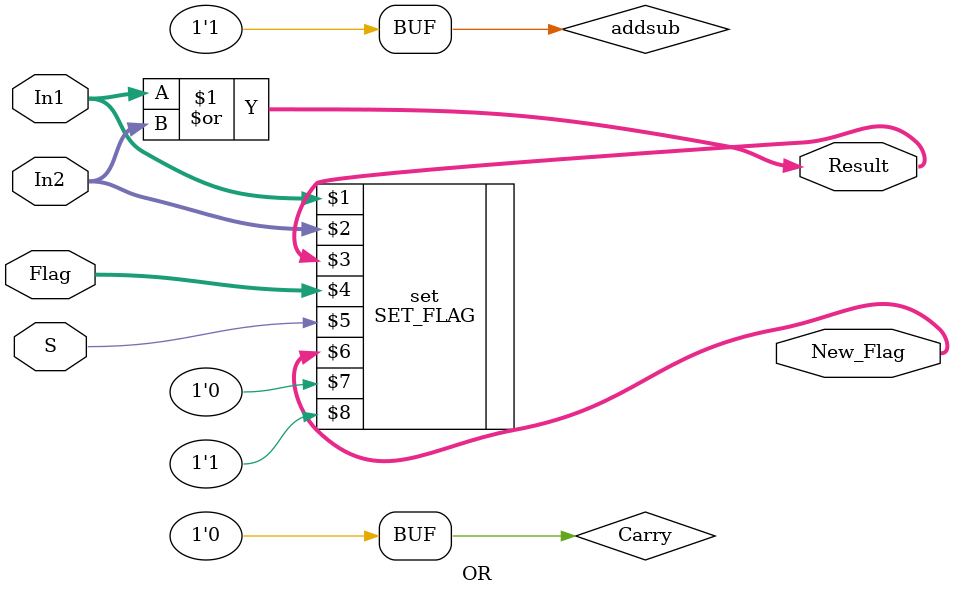
<source format=v>
module OR(In1, In2, Result, Flag, S, New_Flag);

input signed [31:0] In1,In2;
input [3:0] Flag;
input S;
output signed [31:0] Result;
output [3:0] New_Flag;
wire Carry=1'b0;
wire addsub=1'b1;
assign Result = In1 | In2;

SET_FLAG set(In1, In2, Result, Flag, S, New_Flag, Carry,addsub);

endmodule
</source>
